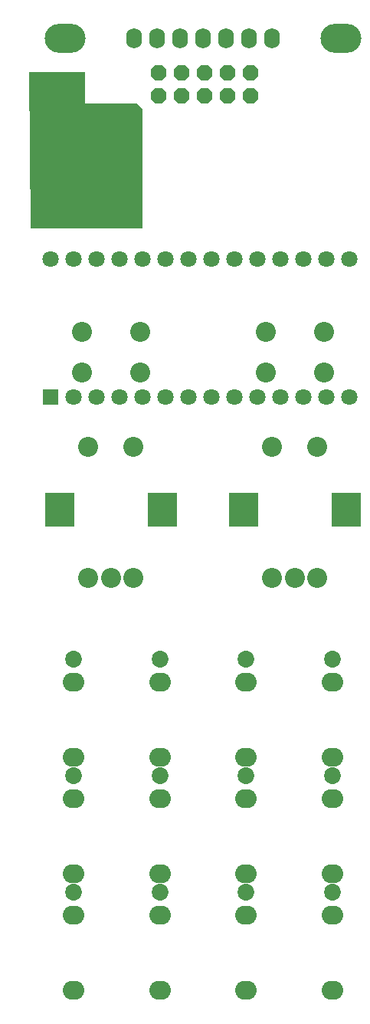
<source format=gbs>
G04 DipTrace 3.1.0.0*
G04 uO_c.GBS*
%MOIN*%
G04 #@! TF.FileFunction,Soldermask,Bot*
G04 #@! TF.Part,Single*
%AMOUTLINE2*5,1,8,0,0,0.074,-202.499184*%
%ADD59O,0.068031X0.088031*%
%ADD67C,0.071024*%
%ADD69R,0.071024X0.071024*%
%ADD77C,0.073031*%
%ADD79O,0.093031X0.083031*%
%ADD81O,0.177323X0.126142*%
%ADD83R,0.126142X0.145827*%
%ADD85C,0.086772*%
%ADD107OUTLINE2*%
%FSLAX26Y26*%
G04*
G70*
G90*
G75*
G01*
G04 BotMask*
%LPD*%
D85*
X1567210Y2248837D3*
X1665635D3*
X1468784D3*
X1665635Y2819703D3*
X1468784D3*
D83*
X1342800Y2544112D3*
X1791619D3*
D85*
X767210Y2248837D3*
X865635D3*
X668784D3*
X865635Y2819703D3*
X668784D3*
D83*
X542800Y2544112D3*
X991619D3*
D81*
X567178Y4594104D3*
D79*
X1729710Y781112D3*
Y456112D3*
D77*
Y881112D3*
D79*
X1354710Y781112D3*
Y456112D3*
D77*
Y881112D3*
D79*
X979710Y781112D3*
Y456112D3*
D77*
Y881112D3*
D79*
X604710Y781112D3*
Y456112D3*
D77*
Y881112D3*
D79*
X1729710Y1793612D3*
Y1468612D3*
D77*
Y1893612D3*
D79*
X1354710Y1793612D3*
Y1468612D3*
D77*
Y1893612D3*
D79*
X979710Y1793612D3*
Y1468612D3*
D77*
Y1893612D3*
D79*
X604710Y1793612D3*
Y1468612D3*
D77*
Y1893612D3*
D79*
X1729710Y1287363D3*
Y962363D3*
D77*
Y1387363D3*
D79*
X1354710Y1287363D3*
Y962363D3*
D77*
Y1387363D3*
D79*
X979710Y1287363D3*
Y962363D3*
D77*
Y1387363D3*
D79*
X604710Y1287363D3*
Y962363D3*
D77*
Y1387363D3*
D107*
X1373459Y4444112D3*
Y4344112D3*
X1273459Y4444112D3*
Y4344112D3*
X1173459Y4444112D3*
Y4344112D3*
X1073459Y4444112D3*
Y4344112D3*
X973459Y4444112D3*
Y4344112D3*
D69*
X504710Y3035993D3*
D67*
X604710D3*
X704710D3*
X804710D3*
X904710D3*
X1004710D3*
X1104710D3*
X1204710D3*
X1304710D3*
X1404710D3*
X1504710D3*
X1604710D3*
X1704710D3*
X1804710D3*
Y3635993D3*
X1704710D3*
X1604710D3*
X1504710D3*
X1404710D3*
X1304710D3*
X1204710D3*
X1104710D3*
X1004710D3*
X904710D3*
X804710D3*
X704710D3*
X604710D3*
X504710D3*
D85*
X1695162Y3318325D3*
Y3141159D3*
X1439257D3*
Y3318325D3*
X895162D3*
Y3141159D3*
X639257D3*
Y3318325D3*
D59*
X1467147Y4593671D3*
X1367147D3*
X1267147D3*
X1167147D3*
X1067147D3*
X967147D3*
X867147D3*
D81*
X1767178Y4594104D3*
G36*
X904706Y3768750D2*
X417257D1*
X411007Y4449928D1*
X654732D1*
Y4312443D1*
X879708D1*
X904706Y4287446D1*
D1*
Y3768750D1*
G37*
M02*

</source>
